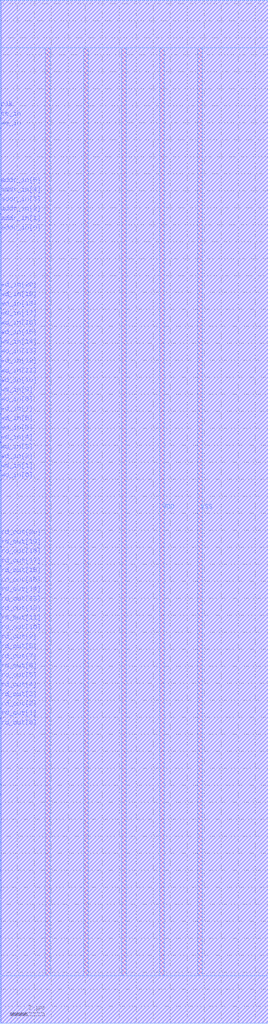
<source format=lef>
VERSION 5.7 ;
BUSBITCHARS "[]" ;
MACRO fakeram45_64x21
  FOREIGN fakeram45_64x21 0 0 ;
  SYMMETRY X Y R90 ;
  SIZE 15.770 BY 60.200 ;
  CLASS BLOCK ;
  PIN rd_out[0]
    DIRECTION OUTPUT ;
    USE SIGNAL ;
    SHAPE ABUTMENT ;
    PORT
      LAYER M3 ;
      RECT 0.000 17.360 0.070 17.430 ;
    END
  END rd_out[0]
  PIN rd_out[1]
    DIRECTION OUTPUT ;
    USE SIGNAL ;
    SHAPE ABUTMENT ;
    PORT
      LAYER M3 ;
      RECT 0.000 17.920 0.070 17.990 ;
    END
  END rd_out[1]
  PIN rd_out[2]
    DIRECTION OUTPUT ;
    USE SIGNAL ;
    SHAPE ABUTMENT ;
    PORT
      LAYER M3 ;
      RECT 0.000 18.480 0.070 18.550 ;
    END
  END rd_out[2]
  PIN rd_out[3]
    DIRECTION OUTPUT ;
    USE SIGNAL ;
    SHAPE ABUTMENT ;
    PORT
      LAYER M3 ;
      RECT 0.000 19.040 0.070 19.110 ;
    END
  END rd_out[3]
  PIN rd_out[4]
    DIRECTION OUTPUT ;
    USE SIGNAL ;
    SHAPE ABUTMENT ;
    PORT
      LAYER M3 ;
      RECT 0.000 19.600 0.070 19.670 ;
    END
  END rd_out[4]
  PIN rd_out[5]
    DIRECTION OUTPUT ;
    USE SIGNAL ;
    SHAPE ABUTMENT ;
    PORT
      LAYER M3 ;
      RECT 0.000 20.160 0.070 20.230 ;
    END
  END rd_out[5]
  PIN rd_out[6]
    DIRECTION OUTPUT ;
    USE SIGNAL ;
    SHAPE ABUTMENT ;
    PORT
      LAYER M3 ;
      RECT 0.000 20.720 0.070 20.790 ;
    END
  END rd_out[6]
  PIN rd_out[7]
    DIRECTION OUTPUT ;
    USE SIGNAL ;
    SHAPE ABUTMENT ;
    PORT
      LAYER M3 ;
      RECT 0.000 21.280 0.070 21.350 ;
    END
  END rd_out[7]
  PIN rd_out[8]
    DIRECTION OUTPUT ;
    USE SIGNAL ;
    SHAPE ABUTMENT ;
    PORT
      LAYER M3 ;
      RECT 0.000 21.840 0.070 21.910 ;
    END
  END rd_out[8]
  PIN rd_out[9]
    DIRECTION OUTPUT ;
    USE SIGNAL ;
    SHAPE ABUTMENT ;
    PORT
      LAYER M3 ;
      RECT 0.000 22.400 0.070 22.470 ;
    END
  END rd_out[9]
  PIN rd_out[10]
    DIRECTION OUTPUT ;
    USE SIGNAL ;
    SHAPE ABUTMENT ;
    PORT
      LAYER M3 ;
      RECT 0.000 22.960 0.070 23.030 ;
    END
  END rd_out[10]
  PIN rd_out[11]
    DIRECTION OUTPUT ;
    USE SIGNAL ;
    SHAPE ABUTMENT ;
    PORT
      LAYER M3 ;
      RECT 0.000 23.520 0.070 23.590 ;
    END
  END rd_out[11]
  PIN rd_out[12]
    DIRECTION OUTPUT ;
    USE SIGNAL ;
    SHAPE ABUTMENT ;
    PORT
      LAYER M3 ;
      RECT 0.000 24.080 0.070 24.150 ;
    END
  END rd_out[12]
  PIN rd_out[13]
    DIRECTION OUTPUT ;
    USE SIGNAL ;
    SHAPE ABUTMENT ;
    PORT
      LAYER M3 ;
      RECT 0.000 24.640 0.070 24.710 ;
    END
  END rd_out[13]
  PIN rd_out[14]
    DIRECTION OUTPUT ;
    USE SIGNAL ;
    SHAPE ABUTMENT ;
    PORT
      LAYER M3 ;
      RECT 0.000 25.200 0.070 25.270 ;
    END
  END rd_out[14]
  PIN rd_out[15]
    DIRECTION OUTPUT ;
    USE SIGNAL ;
    SHAPE ABUTMENT ;
    PORT
      LAYER M3 ;
      RECT 0.000 25.760 0.070 25.830 ;
    END
  END rd_out[15]
  PIN rd_out[16]
    DIRECTION OUTPUT ;
    USE SIGNAL ;
    SHAPE ABUTMENT ;
    PORT
      LAYER M3 ;
      RECT 0.000 26.320 0.070 26.390 ;
    END
  END rd_out[16]
  PIN rd_out[17]
    DIRECTION OUTPUT ;
    USE SIGNAL ;
    SHAPE ABUTMENT ;
    PORT
      LAYER M3 ;
      RECT 0.000 26.880 0.070 26.950 ;
    END
  END rd_out[17]
  PIN rd_out[18]
    DIRECTION OUTPUT ;
    USE SIGNAL ;
    SHAPE ABUTMENT ;
    PORT
      LAYER M3 ;
      RECT 0.000 27.440 0.070 27.510 ;
    END
  END rd_out[18]
  PIN rd_out[19]
    DIRECTION OUTPUT ;
    USE SIGNAL ;
    SHAPE ABUTMENT ;
    PORT
      LAYER M3 ;
      RECT 0.000 28.000 0.070 28.070 ;
    END
  END rd_out[19]
  PIN rd_out[20]
    DIRECTION OUTPUT ;
    USE SIGNAL ;
    SHAPE ABUTMENT ;
    PORT
      LAYER M3 ;
      RECT 0.000 28.560 0.070 28.630 ;
    END
  END rd_out[20]
  PIN wd_in[0]
    DIRECTION INPUT ;
    USE SIGNAL ;
    SHAPE ABUTMENT ;
    PORT
      LAYER M3 ;
      RECT 0.000 31.920 0.070 31.990 ;
    END
  END wd_in[0]
  PIN wd_in[1]
    DIRECTION INPUT ;
    USE SIGNAL ;
    SHAPE ABUTMENT ;
    PORT
      LAYER M3 ;
      RECT 0.000 32.480 0.070 32.550 ;
    END
  END wd_in[1]
  PIN wd_in[2]
    DIRECTION INPUT ;
    USE SIGNAL ;
    SHAPE ABUTMENT ;
    PORT
      LAYER M3 ;
      RECT 0.000 33.040 0.070 33.110 ;
    END
  END wd_in[2]
  PIN wd_in[3]
    DIRECTION INPUT ;
    USE SIGNAL ;
    SHAPE ABUTMENT ;
    PORT
      LAYER M3 ;
      RECT 0.000 33.600 0.070 33.670 ;
    END
  END wd_in[3]
  PIN wd_in[4]
    DIRECTION INPUT ;
    USE SIGNAL ;
    SHAPE ABUTMENT ;
    PORT
      LAYER M3 ;
      RECT 0.000 34.160 0.070 34.230 ;
    END
  END wd_in[4]
  PIN wd_in[5]
    DIRECTION INPUT ;
    USE SIGNAL ;
    SHAPE ABUTMENT ;
    PORT
      LAYER M3 ;
      RECT 0.000 34.720 0.070 34.790 ;
    END
  END wd_in[5]
  PIN wd_in[6]
    DIRECTION INPUT ;
    USE SIGNAL ;
    SHAPE ABUTMENT ;
    PORT
      LAYER M3 ;
      RECT 0.000 35.280 0.070 35.350 ;
    END
  END wd_in[6]
  PIN wd_in[7]
    DIRECTION INPUT ;
    USE SIGNAL ;
    SHAPE ABUTMENT ;
    PORT
      LAYER M3 ;
      RECT 0.000 35.840 0.070 35.910 ;
    END
  END wd_in[7]
  PIN wd_in[8]
    DIRECTION INPUT ;
    USE SIGNAL ;
    SHAPE ABUTMENT ;
    PORT
      LAYER M3 ;
      RECT 0.000 36.400 0.070 36.470 ;
    END
  END wd_in[8]
  PIN wd_in[9]
    DIRECTION INPUT ;
    USE SIGNAL ;
    SHAPE ABUTMENT ;
    PORT
      LAYER M3 ;
      RECT 0.000 36.960 0.070 37.030 ;
    END
  END wd_in[9]
  PIN wd_in[10]
    DIRECTION INPUT ;
    USE SIGNAL ;
    SHAPE ABUTMENT ;
    PORT
      LAYER M3 ;
      RECT 0.000 37.520 0.070 37.590 ;
    END
  END wd_in[10]
  PIN wd_in[11]
    DIRECTION INPUT ;
    USE SIGNAL ;
    SHAPE ABUTMENT ;
    PORT
      LAYER M3 ;
      RECT 0.000 38.080 0.070 38.150 ;
    END
  END wd_in[11]
  PIN wd_in[12]
    DIRECTION INPUT ;
    USE SIGNAL ;
    SHAPE ABUTMENT ;
    PORT
      LAYER M3 ;
      RECT 0.000 38.640 0.070 38.710 ;
    END
  END wd_in[12]
  PIN wd_in[13]
    DIRECTION INPUT ;
    USE SIGNAL ;
    SHAPE ABUTMENT ;
    PORT
      LAYER M3 ;
      RECT 0.000 39.200 0.070 39.270 ;
    END
  END wd_in[13]
  PIN wd_in[14]
    DIRECTION INPUT ;
    USE SIGNAL ;
    SHAPE ABUTMENT ;
    PORT
      LAYER M3 ;
      RECT 0.000 39.760 0.070 39.830 ;
    END
  END wd_in[14]
  PIN wd_in[15]
    DIRECTION INPUT ;
    USE SIGNAL ;
    SHAPE ABUTMENT ;
    PORT
      LAYER M3 ;
      RECT 0.000 40.320 0.070 40.390 ;
    END
  END wd_in[15]
  PIN wd_in[16]
    DIRECTION INPUT ;
    USE SIGNAL ;
    SHAPE ABUTMENT ;
    PORT
      LAYER M3 ;
      RECT 0.000 40.880 0.070 40.950 ;
    END
  END wd_in[16]
  PIN wd_in[17]
    DIRECTION INPUT ;
    USE SIGNAL ;
    SHAPE ABUTMENT ;
    PORT
      LAYER M3 ;
      RECT 0.000 41.440 0.070 41.510 ;
    END
  END wd_in[17]
  PIN wd_in[18]
    DIRECTION INPUT ;
    USE SIGNAL ;
    SHAPE ABUTMENT ;
    PORT
      LAYER M3 ;
      RECT 0.000 42.000 0.070 42.070 ;
    END
  END wd_in[18]
  PIN wd_in[19]
    DIRECTION INPUT ;
    USE SIGNAL ;
    SHAPE ABUTMENT ;
    PORT
      LAYER M3 ;
      RECT 0.000 42.560 0.070 42.630 ;
    END
  END wd_in[19]
  PIN wd_in[20]
    DIRECTION INPUT ;
    USE SIGNAL ;
    SHAPE ABUTMENT ;
    PORT
      LAYER M3 ;
      RECT 0.000 43.120 0.070 43.190 ;
    END
  END wd_in[20]
  PIN addr_in[0]
    DIRECTION INPUT ;
    USE SIGNAL ;
    SHAPE ABUTMENT ;
    PORT
      LAYER M3 ;
      RECT 0.000 46.480 0.070 46.550 ;
    END
  END addr_in[0]
  PIN addr_in[1]
    DIRECTION INPUT ;
    USE SIGNAL ;
    SHAPE ABUTMENT ;
    PORT
      LAYER M3 ;
      RECT 0.000 47.040 0.070 47.110 ;
    END
  END addr_in[1]
  PIN addr_in[2]
    DIRECTION INPUT ;
    USE SIGNAL ;
    SHAPE ABUTMENT ;
    PORT
      LAYER M3 ;
      RECT 0.000 47.600 0.070 47.670 ;
    END
  END addr_in[2]
  PIN addr_in[3]
    DIRECTION INPUT ;
    USE SIGNAL ;
    SHAPE ABUTMENT ;
    PORT
      LAYER M3 ;
      RECT 0.000 48.160 0.070 48.230 ;
    END
  END addr_in[3]
  PIN addr_in[4]
    DIRECTION INPUT ;
    USE SIGNAL ;
    SHAPE ABUTMENT ;
    PORT
      LAYER M3 ;
      RECT 0.000 48.720 0.070 48.790 ;
    END
  END addr_in[4]
  PIN addr_in[5]
    DIRECTION INPUT ;
    USE SIGNAL ;
    SHAPE ABUTMENT ;
    PORT
      LAYER M3 ;
      RECT 0.000 49.280 0.070 49.350 ;
    END
  END addr_in[5]
  PIN we_in
    DIRECTION INPUT ;
    USE SIGNAL ;
    SHAPE ABUTMENT ;
    PORT
      LAYER M3 ;
      RECT 0.000 52.640 0.070 52.710 ;
    END
  END we_in
  PIN ce_in
    DIRECTION INPUT ;
    USE SIGNAL ;
    SHAPE ABUTMENT ;
    PORT
      LAYER M3 ;
      RECT 0.000 53.200 0.070 53.270 ;
    END
  END ce_in
  PIN clk
    DIRECTION INPUT ;
    USE SIGNAL ;
    SHAPE ABUTMENT ;
    PORT
      LAYER M3 ;
      RECT 0.000 53.760 0.070 53.830 ;
    END
  END clk
  PIN VSS
    DIRECTION INOUT ;
    USE GROUND ;
    PORT
      LAYER M4 ;
      RECT 2.660 2.800 2.940 57.400 ;
      RECT 7.140 2.800 7.420 57.400 ;
      RECT 11.620 2.800 11.900 57.400 ;
    END
  END VSS
  PIN VDD
    DIRECTION INOUT ;
    USE POWER ;
    PORT
      LAYER M4 ;
      RECT 4.900 2.800 5.180 57.400 ;
      RECT 9.380 2.800 9.660 57.400 ;
    END
  END VDD
  OBS
    LAYER M1 ;
    RECT 0 0 15.770 60.200 ;
    LAYER M2 ;
    RECT 0 0 15.770 60.200 ;
    LAYER M3 ;
    RECT 0.070 0 15.770 60.200 ;
    RECT 0 0.000 0.070 2.800 ;
    RECT 0 2.870 0.070 3.360 ;
    RECT 0 3.430 0.070 3.920 ;
    RECT 0 3.990 0.070 4.480 ;
    RECT 0 4.550 0.070 5.040 ;
    RECT 0 5.110 0.070 5.600 ;
    RECT 0 5.670 0.070 6.160 ;
    RECT 0 6.230 0.070 6.720 ;
    RECT 0 6.790 0.070 7.280 ;
    RECT 0 7.350 0.070 7.840 ;
    RECT 0 7.910 0.070 8.400 ;
    RECT 0 8.470 0.070 8.960 ;
    RECT 0 9.030 0.070 9.520 ;
    RECT 0 9.590 0.070 10.080 ;
    RECT 0 10.150 0.070 10.640 ;
    RECT 0 10.710 0.070 11.200 ;
    RECT 0 11.270 0.070 11.760 ;
    RECT 0 11.830 0.070 12.320 ;
    RECT 0 12.390 0.070 12.880 ;
    RECT 0 12.950 0.070 13.440 ;
    RECT 0 13.510 0.070 14.000 ;
    RECT 0 14.070 0.070 17.360 ;
    RECT 0 17.430 0.070 17.920 ;
    RECT 0 17.990 0.070 18.480 ;
    RECT 0 18.550 0.070 19.040 ;
    RECT 0 19.110 0.070 19.600 ;
    RECT 0 19.670 0.070 20.160 ;
    RECT 0 20.230 0.070 20.720 ;
    RECT 0 20.790 0.070 21.280 ;
    RECT 0 21.350 0.070 21.840 ;
    RECT 0 21.910 0.070 22.400 ;
    RECT 0 22.470 0.070 22.960 ;
    RECT 0 23.030 0.070 23.520 ;
    RECT 0 23.590 0.070 24.080 ;
    RECT 0 24.150 0.070 24.640 ;
    RECT 0 24.710 0.070 25.200 ;
    RECT 0 25.270 0.070 25.760 ;
    RECT 0 25.830 0.070 26.320 ;
    RECT 0 26.390 0.070 26.880 ;
    RECT 0 26.950 0.070 27.440 ;
    RECT 0 27.510 0.070 28.000 ;
    RECT 0 28.070 0.070 28.560 ;
    RECT 0 28.630 0.070 31.920 ;
    RECT 0 31.990 0.070 32.480 ;
    RECT 0 32.550 0.070 33.040 ;
    RECT 0 33.110 0.070 33.600 ;
    RECT 0 33.670 0.070 34.160 ;
    RECT 0 34.230 0.070 34.720 ;
    RECT 0 34.790 0.070 35.280 ;
    RECT 0 35.350 0.070 35.840 ;
    RECT 0 35.910 0.070 36.400 ;
    RECT 0 36.470 0.070 36.960 ;
    RECT 0 37.030 0.070 37.520 ;
    RECT 0 37.590 0.070 38.080 ;
    RECT 0 38.150 0.070 38.640 ;
    RECT 0 38.710 0.070 39.200 ;
    RECT 0 39.270 0.070 39.760 ;
    RECT 0 39.830 0.070 40.320 ;
    RECT 0 40.390 0.070 40.880 ;
    RECT 0 40.950 0.070 41.440 ;
    RECT 0 41.510 0.070 42.000 ;
    RECT 0 42.070 0.070 42.560 ;
    RECT 0 42.630 0.070 43.120 ;
    RECT 0 43.190 0.070 46.480 ;
    RECT 0 46.550 0.070 47.040 ;
    RECT 0 47.110 0.070 47.600 ;
    RECT 0 47.670 0.070 48.160 ;
    RECT 0 48.230 0.070 48.720 ;
    RECT 0 48.790 0.070 49.280 ;
    RECT 0 49.350 0.070 52.640 ;
    RECT 0 52.710 0.070 53.200 ;
    RECT 0 53.270 0.070 53.760 ;
    RECT 0 53.830 0.070 60.200 ;
    LAYER M4 ;
    RECT 0 0 15.770 2.800 ;
    RECT 0 57.400 15.770 60.200 ;
    RECT 0.000 2.800 2.660 57.400 ;
    RECT 2.940 2.800 4.900 57.400 ;
    RECT 5.180 2.800 7.140 57.400 ;
    RECT 7.420 2.800 9.380 57.400 ;
    RECT 9.660 2.800 11.620 57.400 ;
    RECT 11.900 2.800 15.770 57.400 ;
  END
END fakeram45_64x21

END LIBRARY

</source>
